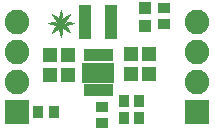
<source format=gts>
G75*
%MOIN*%
%OFA0B0*%
%FSLAX25Y25*%
%IPPOS*%
%LPD*%
%AMOC8*
5,1,8,0,0,1.08239X$1,22.5*
%
%ADD10R,0.04737X0.05131*%
%ADD11R,0.08200X0.08200*%
%ADD12C,0.08200*%
%ADD13R,0.03950X0.03950*%
%ADD14R,0.03556X0.04343*%
%ADD15R,0.04343X0.03556*%
%ADD16R,0.01981X0.04146*%
%ADD17R,0.10643X0.06706*%
%ADD18R,0.03950X0.11430*%
%ADD19C,0.00100*%
D10*
X0025867Y0024320D03*
X0031867Y0024320D03*
X0031867Y0031013D03*
X0025867Y0031013D03*
X0052867Y0031513D03*
X0058867Y0031513D03*
X0058867Y0024820D03*
X0052867Y0024820D03*
D11*
X0014867Y0012167D03*
X0074867Y0012167D03*
D12*
X0074867Y0022167D03*
X0074867Y0032167D03*
X0074867Y0042167D03*
X0014867Y0042167D03*
X0014867Y0032167D03*
X0014867Y0022167D03*
D13*
X0057367Y0040714D03*
X0057367Y0046619D03*
D14*
X0055426Y0015667D03*
X0050308Y0015667D03*
X0050308Y0010167D03*
X0055426Y0010167D03*
X0026926Y0012167D03*
X0021808Y0012167D03*
D15*
X0043167Y0013726D03*
X0043167Y0008608D03*
X0063867Y0041608D03*
X0063867Y0046726D03*
D16*
X0045804Y0030974D03*
X0043835Y0030974D03*
X0041867Y0030974D03*
X0039898Y0030974D03*
X0037930Y0030974D03*
X0037930Y0019360D03*
X0039898Y0019360D03*
X0041867Y0019360D03*
X0043835Y0019360D03*
X0045804Y0019360D03*
D17*
X0041867Y0025167D03*
D18*
X0046197Y0042167D03*
X0037536Y0042167D03*
D19*
X0033767Y0041767D02*
X0031467Y0041267D01*
X0031167Y0041767D01*
X0031467Y0042267D01*
X0033767Y0041767D01*
X0033623Y0041798D02*
X0031185Y0041798D01*
X0031207Y0041699D02*
X0033458Y0041699D01*
X0033169Y0041896D02*
X0031245Y0041896D01*
X0031304Y0041995D02*
X0032716Y0041995D01*
X0032263Y0042094D02*
X0031363Y0042094D01*
X0031422Y0042192D02*
X0031810Y0042192D01*
X0031266Y0041601D02*
X0033004Y0041601D01*
X0032551Y0041502D02*
X0031325Y0041502D01*
X0031384Y0041404D02*
X0032098Y0041404D01*
X0031645Y0041305D02*
X0031443Y0041305D01*
X0030955Y0041010D02*
X0027794Y0041010D01*
X0027855Y0041108D02*
X0030891Y0041108D01*
X0030828Y0041207D02*
X0027917Y0041207D01*
X0027978Y0041305D02*
X0030764Y0041305D01*
X0030701Y0041404D02*
X0028040Y0041404D01*
X0028102Y0041502D02*
X0030637Y0041502D01*
X0030574Y0041601D02*
X0028163Y0041601D01*
X0028225Y0041699D02*
X0030510Y0041699D01*
X0030467Y0041767D02*
X0032467Y0044767D01*
X0029367Y0042867D01*
X0026367Y0044767D01*
X0028267Y0041767D01*
X0026267Y0038567D01*
X0029367Y0040567D01*
X0032467Y0038667D01*
X0030467Y0041767D01*
X0030488Y0041798D02*
X0028247Y0041798D01*
X0028184Y0041896D02*
X0030553Y0041896D01*
X0030619Y0041995D02*
X0028122Y0041995D01*
X0028060Y0042094D02*
X0030685Y0042094D01*
X0030750Y0042192D02*
X0027997Y0042192D01*
X0027935Y0042291D02*
X0030816Y0042291D01*
X0030882Y0042389D02*
X0027872Y0042389D01*
X0027810Y0042488D02*
X0030947Y0042488D01*
X0031013Y0042586D02*
X0027748Y0042586D01*
X0027685Y0042685D02*
X0031079Y0042685D01*
X0031144Y0042783D02*
X0027623Y0042783D01*
X0027561Y0042882D02*
X0029343Y0042882D01*
X0029391Y0042882D02*
X0031210Y0042882D01*
X0031276Y0042980D02*
X0029552Y0042980D01*
X0029713Y0043079D02*
X0031341Y0043079D01*
X0031407Y0043177D02*
X0029873Y0043177D01*
X0030034Y0043276D02*
X0031473Y0043276D01*
X0031538Y0043374D02*
X0030195Y0043374D01*
X0030355Y0043473D02*
X0031604Y0043473D01*
X0031670Y0043571D02*
X0030516Y0043571D01*
X0030677Y0043670D02*
X0031735Y0043670D01*
X0031801Y0043768D02*
X0030838Y0043768D01*
X0030998Y0043867D02*
X0031867Y0043867D01*
X0031932Y0043965D02*
X0031159Y0043965D01*
X0031320Y0044064D02*
X0031998Y0044064D01*
X0032064Y0044162D02*
X0031481Y0044162D01*
X0031641Y0044261D02*
X0032129Y0044261D01*
X0032195Y0044359D02*
X0031802Y0044359D01*
X0031963Y0044458D02*
X0032261Y0044458D01*
X0032326Y0044556D02*
X0032123Y0044556D01*
X0032284Y0044655D02*
X0032392Y0044655D01*
X0032445Y0044753D02*
X0032458Y0044753D01*
X0029784Y0044162D02*
X0028949Y0044162D01*
X0028929Y0044064D02*
X0029805Y0044064D01*
X0029825Y0043965D02*
X0028908Y0043965D01*
X0028888Y0043867D02*
X0029846Y0043867D01*
X0029866Y0043768D02*
X0028867Y0043768D01*
X0028867Y0043767D02*
X0029367Y0043467D01*
X0029867Y0043767D01*
X0029367Y0046167D01*
X0028867Y0043767D01*
X0029028Y0043670D02*
X0029705Y0043670D01*
X0029541Y0043571D02*
X0029192Y0043571D01*
X0029357Y0043473D02*
X0029377Y0043473D01*
X0029032Y0043079D02*
X0027436Y0043079D01*
X0027373Y0043177D02*
X0028876Y0043177D01*
X0028721Y0043276D02*
X0027311Y0043276D01*
X0027249Y0043374D02*
X0028565Y0043374D01*
X0028410Y0043473D02*
X0027186Y0043473D01*
X0027124Y0043571D02*
X0028254Y0043571D01*
X0028099Y0043670D02*
X0027061Y0043670D01*
X0026999Y0043768D02*
X0027943Y0043768D01*
X0027788Y0043867D02*
X0026937Y0043867D01*
X0026874Y0043965D02*
X0027632Y0043965D01*
X0027477Y0044064D02*
X0026812Y0044064D01*
X0026749Y0044162D02*
X0027321Y0044162D01*
X0027165Y0044261D02*
X0026687Y0044261D01*
X0026625Y0044359D02*
X0027010Y0044359D01*
X0026854Y0044458D02*
X0026562Y0044458D01*
X0026500Y0044556D02*
X0026699Y0044556D01*
X0026543Y0044655D02*
X0026437Y0044655D01*
X0026388Y0044753D02*
X0026375Y0044753D01*
X0027498Y0042980D02*
X0029188Y0042980D01*
X0028970Y0044261D02*
X0029764Y0044261D01*
X0029743Y0044359D02*
X0028990Y0044359D01*
X0029011Y0044458D02*
X0029723Y0044458D01*
X0029702Y0044556D02*
X0029031Y0044556D01*
X0029052Y0044655D02*
X0029682Y0044655D01*
X0029661Y0044753D02*
X0029072Y0044753D01*
X0029093Y0044852D02*
X0029641Y0044852D01*
X0029620Y0044950D02*
X0029113Y0044950D01*
X0029134Y0045049D02*
X0029600Y0045049D01*
X0029579Y0045147D02*
X0029154Y0045147D01*
X0029175Y0045246D02*
X0029558Y0045246D01*
X0029538Y0045344D02*
X0029195Y0045344D01*
X0029216Y0045443D02*
X0029517Y0045443D01*
X0029497Y0045541D02*
X0029236Y0045541D01*
X0029257Y0045640D02*
X0029476Y0045640D01*
X0029456Y0045738D02*
X0029277Y0045738D01*
X0029298Y0045837D02*
X0029435Y0045837D01*
X0029415Y0045935D02*
X0029318Y0045935D01*
X0029339Y0046034D02*
X0029394Y0046034D01*
X0029374Y0046132D02*
X0029360Y0046132D01*
X0027267Y0042267D02*
X0027667Y0041767D01*
X0027267Y0041267D01*
X0024967Y0041767D01*
X0027267Y0042267D01*
X0027326Y0042192D02*
X0026923Y0042192D01*
X0026470Y0042094D02*
X0027405Y0042094D01*
X0027484Y0041995D02*
X0026017Y0041995D01*
X0025564Y0041896D02*
X0027563Y0041896D01*
X0027642Y0041798D02*
X0025111Y0041798D01*
X0025276Y0041699D02*
X0027613Y0041699D01*
X0027534Y0041601D02*
X0025729Y0041601D01*
X0026182Y0041502D02*
X0027455Y0041502D01*
X0027376Y0041404D02*
X0026635Y0041404D01*
X0027088Y0041305D02*
X0027298Y0041305D01*
X0027732Y0040911D02*
X0031018Y0040911D01*
X0031082Y0040813D02*
X0027671Y0040813D01*
X0027609Y0040714D02*
X0031146Y0040714D01*
X0031209Y0040616D02*
X0027547Y0040616D01*
X0027486Y0040517D02*
X0029290Y0040517D01*
X0029447Y0040517D02*
X0031273Y0040517D01*
X0031336Y0040419D02*
X0029608Y0040419D01*
X0029769Y0040320D02*
X0031400Y0040320D01*
X0031463Y0040222D02*
X0029929Y0040222D01*
X0030090Y0040123D02*
X0031527Y0040123D01*
X0031590Y0040025D02*
X0030251Y0040025D01*
X0030412Y0039926D02*
X0031654Y0039926D01*
X0031718Y0039828D02*
X0030572Y0039828D01*
X0030733Y0039729D02*
X0031781Y0039729D01*
X0031845Y0039631D02*
X0030894Y0039631D01*
X0031054Y0039532D02*
X0031908Y0039532D01*
X0031972Y0039434D02*
X0031215Y0039434D01*
X0031376Y0039335D02*
X0032035Y0039335D01*
X0032099Y0039237D02*
X0031537Y0039237D01*
X0031697Y0039138D02*
X0032162Y0039138D01*
X0032226Y0039040D02*
X0031858Y0039040D01*
X0032019Y0038941D02*
X0032290Y0038941D01*
X0032353Y0038843D02*
X0032180Y0038843D01*
X0032340Y0038744D02*
X0032417Y0038744D01*
X0029798Y0039335D02*
X0028936Y0039335D01*
X0028956Y0039237D02*
X0029777Y0039237D01*
X0029757Y0039138D02*
X0028977Y0039138D01*
X0028997Y0039040D02*
X0029736Y0039040D01*
X0029716Y0038941D02*
X0029018Y0038941D01*
X0029038Y0038843D02*
X0029695Y0038843D01*
X0029674Y0038744D02*
X0029059Y0038744D01*
X0029079Y0038646D02*
X0029654Y0038646D01*
X0029633Y0038547D02*
X0029100Y0038547D01*
X0029120Y0038449D02*
X0029613Y0038449D01*
X0029592Y0038350D02*
X0029141Y0038350D01*
X0029161Y0038252D02*
X0029572Y0038252D01*
X0029551Y0038153D02*
X0029182Y0038153D01*
X0029203Y0038055D02*
X0029531Y0038055D01*
X0029510Y0037956D02*
X0029223Y0037956D01*
X0029244Y0037858D02*
X0029490Y0037858D01*
X0029469Y0037759D02*
X0029264Y0037759D01*
X0029285Y0037661D02*
X0029449Y0037661D01*
X0029428Y0037562D02*
X0029305Y0037562D01*
X0029326Y0037463D02*
X0029408Y0037463D01*
X0029387Y0037365D02*
X0029346Y0037365D01*
X0029367Y0037267D02*
X0029867Y0039667D01*
X0029367Y0039967D01*
X0028867Y0039667D01*
X0029367Y0037267D01*
X0027000Y0039040D02*
X0026562Y0039040D01*
X0026624Y0039138D02*
X0027153Y0039138D01*
X0027305Y0039237D02*
X0026685Y0039237D01*
X0026747Y0039335D02*
X0027458Y0039335D01*
X0027611Y0039434D02*
X0026809Y0039434D01*
X0026870Y0039532D02*
X0027763Y0039532D01*
X0027916Y0039631D02*
X0026932Y0039631D01*
X0026993Y0039729D02*
X0028069Y0039729D01*
X0028221Y0039828D02*
X0027055Y0039828D01*
X0027116Y0039926D02*
X0028374Y0039926D01*
X0028527Y0040025D02*
X0027178Y0040025D01*
X0027240Y0040123D02*
X0028679Y0040123D01*
X0028832Y0040222D02*
X0027301Y0040222D01*
X0027363Y0040320D02*
X0028985Y0040320D01*
X0029138Y0040419D02*
X0027424Y0040419D01*
X0028874Y0039631D02*
X0029859Y0039631D01*
X0029839Y0039532D02*
X0028895Y0039532D01*
X0028915Y0039434D02*
X0029818Y0039434D01*
X0029762Y0039729D02*
X0028971Y0039729D01*
X0029135Y0039828D02*
X0029598Y0039828D01*
X0029434Y0039926D02*
X0029299Y0039926D01*
X0026847Y0038941D02*
X0026501Y0038941D01*
X0026439Y0038843D02*
X0026694Y0038843D01*
X0026542Y0038744D02*
X0026378Y0038744D01*
X0026389Y0038646D02*
X0026316Y0038646D01*
M02*

</source>
